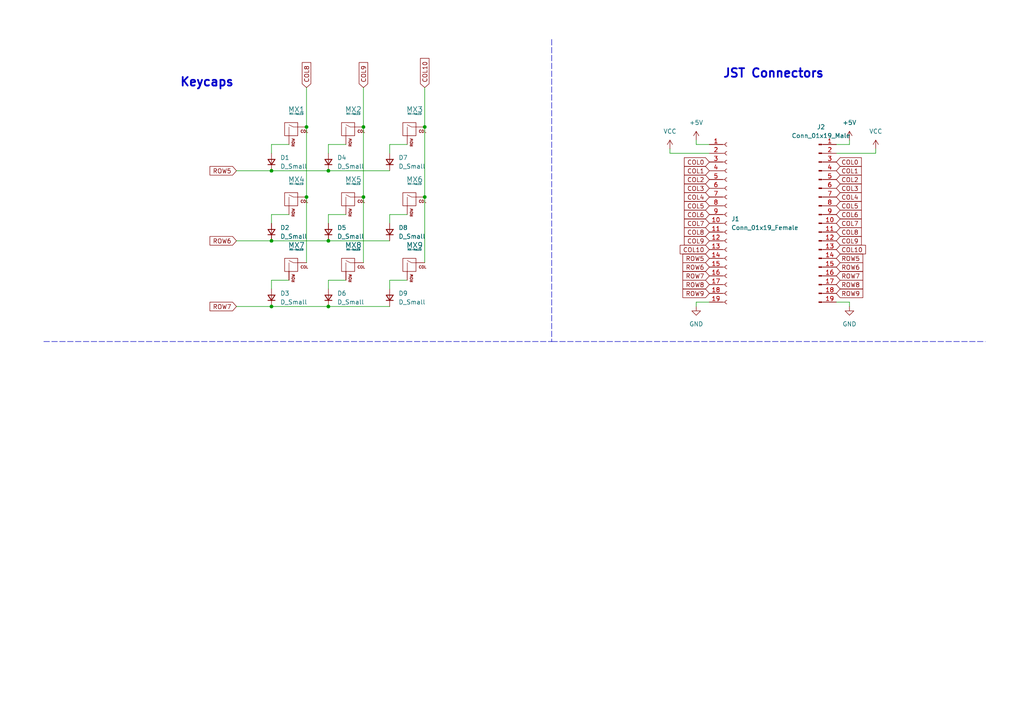
<source format=kicad_sch>
(kicad_sch (version 20211123) (generator eeschema)
  (paper "A4")
  (lib_symbols
    (symbol "Connector:Conn_01x19_Female" (pin_names (offset 1.016) hide)
      (property "Reference" "J" (at 0 25.4 0))
      (property "Value" "Conn_01x19_Female" (at 0 -25.4 0))
      (symbol "Conn_01x19_Female_1_1"
        (arc (start 0 -22.352) (mid -0.508 -22.86) (end 0 -23.368) (stroke (width 0.1524)))
        (arc (start 0 -19.812) (mid -0.508 -20.32) (end 0 -20.828) (stroke (width 0.1524)))
        (arc (start 0 -17.272) (mid -0.508 -17.78) (end 0 -18.288) (stroke (width 0.1524)))
        (arc (start 0 -14.732) (mid -0.508 -15.24) (end 0 -15.748) (stroke (width 0.1524)))
        (arc (start 0 -12.192) (mid -0.508 -12.7) (end 0 -13.208) (stroke (width 0.1524)))
        (arc (start 0 -9.652) (mid -0.508 -10.16) (end 0 -10.668) (stroke (width 0.1524)))
        (arc (start 0 -7.112) (mid -0.508 -7.62) (end 0 -8.128) (stroke (width 0.1524)))
        (arc (start 0 -4.572) (mid -0.508 -5.08) (end 0 -5.588) (stroke (width 0.1524)))
        (arc (start 0 -2.032) (mid -0.508 -2.54) (end 0 -3.048) (stroke (width 0.1524)))
        (polyline (pts (xy -1.27 -22.86) (xy -0.508 -22.86)) (stroke (width 0.1524)))
        (polyline (pts (xy -1.27 -20.32) (xy -0.508 -20.32)) (stroke (width 0.1524)))
        (polyline (pts (xy -1.27 -17.78) (xy -0.508 -17.78)) (stroke (width 0.1524)))
        (polyline (pts (xy -1.27 -15.24) (xy -0.508 -15.24)) (stroke (width 0.1524)))
        (polyline (pts (xy -1.27 -12.7) (xy -0.508 -12.7)) (stroke (width 0.1524)))
        (polyline (pts (xy -1.27 -10.16) (xy -0.508 -10.16)) (stroke (width 0.1524)))
        (polyline (pts (xy -1.27 -7.62) (xy -0.508 -7.62)) (stroke (width 0.1524)))
        (polyline (pts (xy -1.27 -5.08) (xy -0.508 -5.08)) (stroke (width 0.1524)))
        (polyline (pts (xy -1.27 -2.54) (xy -0.508 -2.54)) (stroke (width 0.1524)))
        (polyline (pts (xy -1.27 0) (xy -0.508 0)) (stroke (width 0.1524)))
        (polyline (pts (xy -1.27 2.54) (xy -0.508 2.54)) (stroke (width 0.1524)))
        (polyline (pts (xy -1.27 5.08) (xy -0.508 5.08)) (stroke (width 0.1524)))
        (polyline (pts (xy -1.27 7.62) (xy -0.508 7.62)) (stroke (width 0.1524)))
        (polyline (pts (xy -1.27 10.16) (xy -0.508 10.16)) (stroke (width 0.1524)))
        (polyline (pts (xy -1.27 12.7) (xy -0.508 12.7)) (stroke (width 0.1524)))
        (polyline (pts (xy -1.27 15.24) (xy -0.508 15.24)) (stroke (width 0.1524)))
        (polyline (pts (xy -1.27 17.78) (xy -0.508 17.78)) (stroke (width 0.1524)))
        (polyline (pts (xy -1.27 20.32) (xy -0.508 20.32)) (stroke (width 0.1524)))
        (polyline (pts (xy -1.27 22.86) (xy -0.508 22.86)) (stroke (width 0.1524)))
        (arc (start 0 0.508) (mid -0.508 0) (end 0 -0.508) (stroke (width 0.1524)))
        (arc (start 0 3.048) (mid -0.508 2.54) (end 0 2.032) (stroke (width 0.1524)))
        (arc (start 0 5.588) (mid -0.508 5.08) (end 0 4.572) (stroke (width 0.1524)))
        (arc (start 0 8.128) (mid -0.508 7.62) (end 0 7.112) (stroke (width 0.1524)))
        (arc (start 0 10.668) (mid -0.508 10.16) (end 0 9.652) (stroke (width 0.1524)))
        (arc (start 0 13.208) (mid -0.508 12.7) (end 0 12.192) (stroke (width 0.1524)))
        (arc (start 0 15.748) (mid -0.508 15.24) (end 0 14.732) (stroke (width 0.1524)))
        (arc (start 0 18.288) (mid -0.508 17.78) (end 0 17.272) (stroke (width 0.1524)))
        (arc (start 0 20.828) (mid -0.508 20.32) (end 0 19.812) (stroke (width 0.1524)))
        (arc (start 0 23.368) (mid -0.508 22.86) (end 0 22.352) (stroke (width 0.1524)))
        (pin passive line (at -5.08 22.86 0) (length 3.81) (name "Pin_1") (number "1"))
        (pin passive line (at -5.08 0 0) (length 3.81) (name "Pin_10") (number "10"))
        (pin passive line (at -5.08 -2.54 0) (length 3.81) (name "Pin_11") (number "11"))
        (pin passive line (at -5.08 -5.08 0) (length 3.81) (name "Pin_12") (number "12"))
        (pin passive line (at -5.08 -7.62 0) (length 3.81) (name "Pin_13") (number "13"))
        (pin passive line (at -5.08 -10.16 0) (length 3.81) (name "Pin_14") (number "14"))
        (pin passive line (at -5.08 -12.7 0) (length 3.81) (name "Pin_15") (number "15"))
        (pin passive line (at -5.08 -15.24 0) (length 3.81) (name "Pin_16") (number "16"))
        (pin passive line (at -5.08 -17.78 0) (length 3.81) (name "Pin_17") (number "17"))
        (pin passive line (at -5.08 -20.32 0) (length 3.81) (name "Pin_18") (number "18"))
        (pin passive line (at -5.08 -22.86 0) (length 3.81) (name "Pin_19") (number "19"))
        (pin passive line (at -5.08 20.32 0) (length 3.81) (name "Pin_2") (number "2"))
        (pin passive line (at -5.08 17.78 0) (length 3.81) (name "Pin_3") (number "3"))
        (pin passive line (at -5.08 15.24 0) (length 3.81) (name "Pin_4") (number "4"))
        (pin passive line (at -5.08 12.7 0) (length 3.81) (name "Pin_5") (number "5"))
        (pin passive line (at -5.08 10.16 0) (length 3.81) (name "Pin_6") (number "6"))
        (pin passive line (at -5.08 7.62 0) (length 3.81) (name "Pin_7") (number "7"))
        (pin passive line (at -5.08 5.08 0) (length 3.81) (name "Pin_8") (number "8"))
        (pin passive line (at -5.08 2.54 0) (length 3.81) (name "Pin_9") (number "9"))
      )
    )
    (symbol "Connector:Conn_01x19_Male" (pin_names (offset 1.016) hide)
      (property "Reference" "J" (at 0 25.4 0))
      (property "Value" "Conn_01x19_Male" (at 0 -25.4 0))
      (symbol "Conn_01x19_Male_1_1"
        (polyline (pts (xy 1.27 -22.86) (xy 0.8636 -22.86)) (stroke (width 0.1524)))
        (polyline (pts (xy 1.27 -20.32) (xy 0.8636 -20.32)) (stroke (width 0.1524)))
        (polyline (pts (xy 1.27 -17.78) (xy 0.8636 -17.78)) (stroke (width 0.1524)))
        (polyline (pts (xy 1.27 -15.24) (xy 0.8636 -15.24)) (stroke (width 0.1524)))
        (polyline (pts (xy 1.27 -12.7) (xy 0.8636 -12.7)) (stroke (width 0.1524)))
        (polyline (pts (xy 1.27 -10.16) (xy 0.8636 -10.16)) (stroke (width 0.1524)))
        (polyline (pts (xy 1.27 -7.62) (xy 0.8636 -7.62)) (stroke (width 0.1524)))
        (polyline (pts (xy 1.27 -5.08) (xy 0.8636 -5.08)) (stroke (width 0.1524)))
        (polyline (pts (xy 1.27 -2.54) (xy 0.8636 -2.54)) (stroke (width 0.1524)))
        (polyline (pts (xy 1.27 0) (xy 0.8636 0)) (stroke (width 0.1524)))
        (polyline (pts (xy 1.27 2.54) (xy 0.8636 2.54)) (stroke (width 0.1524)))
        (polyline (pts (xy 1.27 5.08) (xy 0.8636 5.08)) (stroke (width 0.1524)))
        (polyline (pts (xy 1.27 7.62) (xy 0.8636 7.62)) (stroke (width 0.1524)))
        (polyline (pts (xy 1.27 10.16) (xy 0.8636 10.16)) (stroke (width 0.1524)))
        (polyline (pts (xy 1.27 12.7) (xy 0.8636 12.7)) (stroke (width 0.1524)))
        (polyline (pts (xy 1.27 15.24) (xy 0.8636 15.24)) (stroke (width 0.1524)))
        (polyline (pts (xy 1.27 17.78) (xy 0.8636 17.78)) (stroke (width 0.1524)))
        (polyline (pts (xy 1.27 20.32) (xy 0.8636 20.32)) (stroke (width 0.1524)))
        (polyline (pts (xy 1.27 22.86) (xy 0.8636 22.86)) (stroke (width 0.1524)))
        (rectangle (start 0.8636 -22.733) (end 0 -22.987) (stroke (width 0.1524)) (fill (type outline)))
        (rectangle (start 0.8636 -20.193) (end 0 -20.447) (stroke (width 0.1524)) (fill (type outline)))
        (rectangle (start 0.8636 -17.653) (end 0 -17.907) (stroke (width 0.1524)) (fill (type outline)))
        (rectangle (start 0.8636 -15.113) (end 0 -15.367) (stroke (width 0.1524)) (fill (type outline)))
        (rectangle (start 0.8636 -12.573) (end 0 -12.827) (stroke (width 0.1524)) (fill (type outline)))
        (rectangle (start 0.8636 -10.033) (end 0 -10.287) (stroke (width 0.1524)) (fill (type outline)))
        (rectangle (start 0.8636 -7.493) (end 0 -7.747) (stroke (width 0.1524)) (fill (type outline)))
        (rectangle (start 0.8636 -4.953) (end 0 -5.207) (stroke (width 0.1524)) (fill (type outline)))
        (rectangle (start 0.8636 -2.413) (end 0 -2.667) (stroke (width 0.1524)) (fill (type outline)))
        (rectangle (start 0.8636 0.127) (end 0 -0.127) (stroke (width 0.1524)) (fill (type outline)))
        (rectangle (start 0.8636 2.667) (end 0 2.413) (stroke (width 0.1524)) (fill (type outline)))
        (rectangle (start 0.8636 5.207) (end 0 4.953) (stroke (width 0.1524)) (fill (type outline)))
        (rectangle (start 0.8636 7.747) (end 0 7.493) (stroke (width 0.1524)) (fill (type outline)))
        (rectangle (start 0.8636 10.287) (end 0 10.033) (stroke (width 0.1524)) (fill (type outline)))
        (rectangle (start 0.8636 12.827) (end 0 12.573) (stroke (width 0.1524)) (fill (type outline)))
        (rectangle (start 0.8636 15.367) (end 0 15.113) (stroke (width 0.1524)) (fill (type outline)))
        (rectangle (start 0.8636 17.907) (end 0 17.653) (stroke (width 0.1524)) (fill (type outline)))
        (rectangle (start 0.8636 20.447) (end 0 20.193) (stroke (width 0.1524)) (fill (type outline)))
        (rectangle (start 0.8636 22.987) (end 0 22.733) (stroke (width 0.1524)) (fill (type outline)))
        (pin passive line (at 5.08 22.86 180) (length 3.81) (name "Pin_1") (number "1"))
        (pin passive line (at 5.08 0 180) (length 3.81) (name "Pin_10") (number "10"))
        (pin passive line (at 5.08 -2.54 180) (length 3.81) (name "Pin_11") (number "11"))
        (pin passive line (at 5.08 -5.08 180) (length 3.81) (name "Pin_12") (number "12"))
        (pin passive line (at 5.08 -7.62 180) (length 3.81) (name "Pin_13") (number "13"))
        (pin passive line (at 5.08 -10.16 180) (length 3.81) (name "Pin_14") (number "14"))
        (pin passive line (at 5.08 -12.7 180) (length 3.81) (name "Pin_15") (number "15"))
        (pin passive line (at 5.08 -15.24 180) (length 3.81) (name "Pin_16") (number "16"))
        (pin passive line (at 5.08 -17.78 180) (length 3.81) (name "Pin_17") (number "17"))
        (pin passive line (at 5.08 -20.32 180) (length 3.81) (name "Pin_18") (number "18"))
        (pin passive line (at 5.08 -22.86 180) (length 3.81) (name "Pin_19") (number "19"))
        (pin passive line (at 5.08 20.32 180) (length 3.81) (name "Pin_2") (number "2"))
        (pin passive line (at 5.08 17.78 180) (length 3.81) (name "Pin_3") (number "3"))
        (pin passive line (at 5.08 15.24 180) (length 3.81) (name "Pin_4") (number "4"))
        (pin passive line (at 5.08 12.7 180) (length 3.81) (name "Pin_5") (number "5"))
        (pin passive line (at 5.08 10.16 180) (length 3.81) (name "Pin_6") (number "6"))
        (pin passive line (at 5.08 7.62 180) (length 3.81) (name "Pin_7") (number "7"))
        (pin passive line (at 5.08 5.08 180) (length 3.81) (name "Pin_8") (number "8"))
        (pin passive line (at 5.08 2.54 180) (length 3.81) (name "Pin_9") (number "9"))
      )
    )
    (symbol "Device:D_Small" (pin_numbers hide) (pin_names (offset 0.254) hide)
      (property "Reference" "D" (at -1.27 2.032 0))
      (property "Value" "D_Small" (at -3.81 -2.032 0))
      (symbol "D_Small_0_1"
        (polyline (pts (xy -0.762 -1.016) (xy -0.762 1.016)) (stroke (width 0.254)))
        (polyline (pts (xy -0.762 0) (xy 0.762 0)))
        (polyline (pts (xy 0.762 -1.016) (xy -0.762 0) (xy 0.762 1.016) (xy 0.762 -1.016)) (stroke (width 0.254)))
      )
      (symbol "D_Small_1_1"
        (pin passive line (at -2.54 0 0) (length 1.778) (name "K") (number "1"))
        (pin passive line (at 2.54 0 180) (length 1.778) (name "A") (number "2"))
      )
    )
    (symbol "MX_Alps_Hybrid:MX-NoLED" (pin_names (offset 1.016))
      (property "Reference" "MX" (at -0.635 3.81 0))
      (property "Value" "MX-NoLED" (at -0.635 1.27 0))
      (symbol "MX-NoLED_0_0"
        (rectangle (start -2.54 2.54) (end 1.27 -1.27))
        (polyline (pts (xy -1.27 -1.27) (xy -1.27 1.27)) (stroke (width 0.127)))
        (polyline (pts (xy 1.27 1.27) (xy 0 1.27) (xy -1.27 1.905)) (stroke (width 0.127)))
        (text "COL" (at 3.175 0 0) (effects (font (size 0.762 0.762))))
        (text "ROW" (at 0 -1.905 900) (effects (font (size 0.762 0.762)) (justify right)))
      )
      (symbol "MX-NoLED_1_1"
        (pin passive line (at 3.81 1.27 180) (length 2.54) (name "COL") (number "1"))
        (pin passive line (at -1.27 -3.81 90) (length 2.54) (name "ROW") (number "2"))
      )
    )
    (symbol "power:+5V" (power) (pin_names (offset 0))
      (property "Value" "+5V" (at 0 3.556 0))
      (symbol "+5V_0_1"
        (polyline (pts (xy -0.762 1.27) (xy 0 2.54)))
        (polyline (pts (xy 0 0) (xy 0 2.54)))
        (polyline (pts (xy 0 2.54) (xy 0.762 1.27)))
      )
      (symbol "+5V_1_1"
        (pin power_in line (at 0 0 90) (length 0) hide (name "+5V") (number "1"))
      )
    )
    (symbol "power:GND" (power) (pin_names (offset 0))
      (property "Value" "GND" (at 0 -3.81 0))
      (symbol "GND_0_1"
        (polyline (pts (xy 0 0) (xy 0 -1.27) (xy 1.27 -1.27) (xy 0 -2.54) (xy -1.27 -1.27) (xy 0 -1.27)))
      )
      (symbol "GND_1_1"
        (pin power_in line (at 0 0 270) (length 0) hide (name "GND") (number "1"))
      )
    )
    (symbol "power:VCC" (power) (pin_names (offset 0))
      (property "Value" "VCC" (at 0 3.81 0))
      (symbol "VCC_0_1"
        (polyline (pts (xy -0.762 1.27) (xy 0 2.54)))
        (polyline (pts (xy 0 0) (xy 0 2.54)))
        (polyline (pts (xy 0 2.54) (xy 0.762 1.27)))
      )
      (symbol "VCC_1_1"
        (pin power_in line (at 0 0 90) (length 0) hide (name "VCC") (number "1"))
      )
    )
  )
  (junction (at 88.9 57.15))
  (junction (at 95.25 69.85))
  (junction (at 105.41 57.15))
  (junction (at 78.74 49.53))
  (junction (at 123.19 57.15))
  (junction (at 105.41 36.83))
  (junction (at 78.74 69.85))
  (junction (at 95.25 88.9))
  (junction (at 123.19 36.83))
  (junction (at 95.25 49.53))
  (junction (at 88.9 36.83))
  (junction (at 78.74 88.9))
  (wire (pts (xy 78.74 49.53) (xy 95.25 49.53)))
  (wire (pts (xy 118.11 62.23) (xy 113.03 62.23)))
  (wire (pts (xy 83.82 62.23) (xy 78.74 62.23)))
  (wire (pts (xy 123.19 57.15) (xy 123.19 76.2)))
  (wire (pts (xy 68.58 88.9) (xy 78.74 88.9)))
  (wire (pts (xy 201.93 88.9) (xy 201.93 87.63)))
  (wire (pts (xy 113.03 62.23) (xy 113.03 64.77)))
  (polyline (pts (xy 160.02 99.06) (xy 285.75 99.06)))
  (wire (pts (xy 246.38 41.91) (xy 242.57 41.91)))
  (wire (pts (xy 113.03 81.28) (xy 113.03 83.82)))
  (wire (pts (xy 201.93 40.64) (xy 201.93 41.91)))
  (wire (pts (xy 95.25 81.28) (xy 95.25 83.82)))
  (wire (pts (xy 246.38 87.63) (xy 242.57 87.63)))
  (wire (pts (xy 100.33 62.23) (xy 95.25 62.23)))
  (wire (pts (xy 254 43.18) (xy 254 44.45)))
  (wire (pts (xy 123.19 36.83) (xy 123.19 57.15)))
  (wire (pts (xy 105.41 25.4) (xy 105.41 36.83)))
  (wire (pts (xy 123.19 25.4) (xy 123.19 36.83)))
  (wire (pts (xy 88.9 25.4) (xy 88.9 36.83)))
  (wire (pts (xy 100.33 41.91) (xy 95.25 41.91)))
  (wire (pts (xy 254 44.45) (xy 242.57 44.45)))
  (wire (pts (xy 95.25 62.23) (xy 95.25 64.77)))
  (wire (pts (xy 68.58 49.53) (xy 78.74 49.53)))
  (wire (pts (xy 118.11 81.28) (xy 113.03 81.28)))
  (wire (pts (xy 105.41 36.83) (xy 105.41 57.15)))
  (wire (pts (xy 78.74 41.91) (xy 78.74 44.45)))
  (wire (pts (xy 201.93 87.63) (xy 205.74 87.63)))
  (wire (pts (xy 95.25 41.91) (xy 95.25 44.45)))
  (polyline (pts (xy 12.7 99.06) (xy 160.02 99.06)))
  (polyline (pts (xy 160.02 11.43) (xy 160.02 99.06)))
  (wire (pts (xy 118.11 41.91) (xy 113.03 41.91)))
  (wire (pts (xy 83.82 81.28) (xy 78.74 81.28)))
  (wire (pts (xy 105.41 57.15) (xy 105.41 76.2)))
  (wire (pts (xy 78.74 88.9) (xy 95.25 88.9)))
  (wire (pts (xy 194.31 43.18) (xy 194.31 44.45)))
  (wire (pts (xy 83.82 41.91) (xy 78.74 41.91)))
  (wire (pts (xy 88.9 57.15) (xy 88.9 76.2)))
  (wire (pts (xy 95.25 49.53) (xy 113.03 49.53)))
  (wire (pts (xy 95.25 69.85) (xy 113.03 69.85)))
  (wire (pts (xy 78.74 69.85) (xy 95.25 69.85)))
  (wire (pts (xy 78.74 62.23) (xy 78.74 64.77)))
  (wire (pts (xy 78.74 81.28) (xy 78.74 83.82)))
  (wire (pts (xy 246.38 40.64) (xy 246.38 41.91)))
  (wire (pts (xy 113.03 41.91) (xy 113.03 44.45)))
  (wire (pts (xy 95.25 88.9) (xy 113.03 88.9)))
  (wire (pts (xy 68.58 69.85) (xy 78.74 69.85)))
  (wire (pts (xy 246.38 88.9) (xy 246.38 87.63)))
  (wire (pts (xy 201.93 41.91) (xy 205.74 41.91)))
  (wire (pts (xy 100.33 81.28) (xy 95.25 81.28)))
  (wire (pts (xy 194.31 44.45) (xy 205.74 44.45)))
  (wire (pts (xy 88.9 36.83) (xy 88.9 57.15)))
  (text "JST Connectors" (at 209.55 22.86 0) (effects (font (size 2.5 2.5) (thickness 0.5) bold) (justify left bottom)))
  (text "Keycaps" (at 52.07 25.4 0) (effects (font (size 2.5 2.5) bold) (justify left bottom)))
  (global_label "COL9" (shape input) (at 105.41 25.4 90) (property "Intersheet References" "${INTERSHEET_REFS}" (effects hide)))
  (global_label "ROW9" (shape input) (at 205.74 85.09 180) (property "Intersheet References" "${INTERSHEET_REFS}" (effects hide)))
  (global_label "COL3" (shape input) (at 242.57 54.61 0) (property "Intersheet References" "${INTERSHEET_REFS}" (effects hide)))
  (global_label "COL0" (shape input) (at 205.74 46.99 180) (property "Intersheet References" "${INTERSHEET_REFS}" (effects hide)))
  (global_label "COL10" (shape input) (at 242.57 72.39 0) (property "Intersheet References" "${INTERSHEET_REFS}" (effects hide)))
  (global_label "ROW7" (shape input) (at 68.58 88.9 180) (property "Intersheet References" "${INTERSHEET_REFS}" (effects hide)))
  (global_label "COL0" (shape input) (at 242.57 46.99 0) (property "Intersheet References" "${INTERSHEET_REFS}" (effects hide)))
  (global_label "COL9" (shape input) (at 242.57 69.85 0) (property "Intersheet References" "${INTERSHEET_REFS}" (effects hide)))
  (global_label "COL5" (shape input) (at 242.57 59.69 0) (property "Intersheet References" "${INTERSHEET_REFS}" (effects hide)))
  (global_label "COL10" (shape input) (at 205.74 72.39 180) (property "Intersheet References" "${INTERSHEET_REFS}" (effects hide)))
  (global_label "ROW7" (shape input) (at 242.57 80.01 0) (property "Intersheet References" "${INTERSHEET_REFS}" (effects hide)))
  (global_label "COL6" (shape input) (at 205.74 62.23 180) (property "Intersheet References" "${INTERSHEET_REFS}" (effects hide)))
  (global_label "COL8" (shape input) (at 88.9 25.4 90) (property "Intersheet References" "${INTERSHEET_REFS}" (effects hide)))
  (global_label "ROW6" (shape input) (at 68.58 69.85 180) (property "Intersheet References" "${INTERSHEET_REFS}" (effects hide)))
  (global_label "ROW7" (shape input) (at 205.74 80.01 180) (property "Intersheet References" "${INTERSHEET_REFS}" (effects hide)))
  (global_label "ROW5" (shape input) (at 205.74 74.93 180) (property "Intersheet References" "${INTERSHEET_REFS}" (effects hide)))
  (global_label "ROW5" (shape input) (at 242.57 74.93 0) (property "Intersheet References" "${INTERSHEET_REFS}" (effects hide)))
  (global_label "COL8" (shape input) (at 205.74 67.31 180) (property "Intersheet References" "${INTERSHEET_REFS}" (effects hide)))
  (global_label "ROW8" (shape input) (at 242.57 82.55 0) (property "Intersheet References" "${INTERSHEET_REFS}" (effects hide)))
  (global_label "COL4" (shape input) (at 242.57 57.15 0) (property "Intersheet References" "${INTERSHEET_REFS}" (effects hide)))
  (global_label "ROW5" (shape input) (at 68.58 49.53 180) (property "Intersheet References" "${INTERSHEET_REFS}" (effects hide)))
  (global_label "COL2" (shape input) (at 205.74 52.07 180) (property "Intersheet References" "${INTERSHEET_REFS}" (effects hide)))
  (global_label "COL4" (shape input) (at 205.74 57.15 180) (property "Intersheet References" "${INTERSHEET_REFS}" (effects hide)))
  (global_label "COL5" (shape input) (at 205.74 59.69 180) (property "Intersheet References" "${INTERSHEET_REFS}" (effects hide)))
  (global_label "COL8" (shape input) (at 242.57 67.31 0) (property "Intersheet References" "${INTERSHEET_REFS}" (effects hide)))
  (global_label "COL6" (shape input) (at 242.57 62.23 0) (property "Intersheet References" "${INTERSHEET_REFS}" (effects hide)))
  (global_label "COL9" (shape input) (at 205.74 69.85 180) (property "Intersheet References" "${INTERSHEET_REFS}" (effects hide)))
  (global_label "COL2" (shape input) (at 242.57 52.07 0) (property "Intersheet References" "${INTERSHEET_REFS}" (effects hide)))
  (global_label "COL1" (shape input) (at 242.57 49.53 0) (property "Intersheet References" "${INTERSHEET_REFS}" (effects hide)))
  (global_label "ROW8" (shape input) (at 205.74 82.55 180) (property "Intersheet References" "${INTERSHEET_REFS}" (effects hide)))
  (global_label "ROW6" (shape input) (at 242.57 77.47 0) (property "Intersheet References" "${INTERSHEET_REFS}" (effects hide)))
  (global_label "ROW9" (shape input) (at 242.57 85.09 0) (property "Intersheet References" "${INTERSHEET_REFS}" (effects hide)))
  (global_label "COL10" (shape input) (at 123.19 25.4 90) (property "Intersheet References" "${INTERSHEET_REFS}" (effects hide)))
  (global_label "COL7" (shape input) (at 242.57 64.77 0) (property "Intersheet References" "${INTERSHEET_REFS}" (effects hide)))
  (global_label "COL3" (shape input) (at 205.74 54.61 180) (property "Intersheet References" "${INTERSHEET_REFS}" (effects hide)))
  (global_label "ROW6" (shape input) (at 205.74 77.47 180) (property "Intersheet References" "${INTERSHEET_REFS}" (effects hide)))
  (global_label "COL1" (shape input) (at 205.74 49.53 180) (property "Intersheet References" "${INTERSHEET_REFS}" (effects hide)))
  (global_label "COL7" (shape input) (at 205.74 64.77 180) (property "Intersheet References" "${INTERSHEET_REFS}" (effects hide)))
  (symbol (lib_id "MX_Alps_Hybrid:MX-NoLED") (at 119.38 38.1 0) (unit 1)
    (property "Reference" "MX3" (at 120.2656 31.75 0) (effects (font (size 1.524 1.524))))
    (property "Value" "MX-NoLED" (at 120.2656 33.02 0) (effects (font (size 0.508 0.508))))
    (property "Footprint" "MX_Alps_Hybrid:MX-1U-NoLED" (effects hide))
  )
  (symbol (lib_id "MX_Alps_Hybrid:MX-NoLED") (at 119.38 58.42 0) (unit 1)
    (property "Reference" "MX6" (at 120.2656 52.07 0) (effects (font (size 1.524 1.524))))
    (property "Value" "MX-NoLED" (at 120.2656 53.34 0) (effects (font (size 0.508 0.508))))
    (property "Footprint" "MX_Alps_Hybrid:MX-1U-NoLED" (effects hide))
  )
  (symbol (lib_id "MX_Alps_Hybrid:MX-NoLED") (at 119.38 77.47 0) (unit 1)
    (property "Reference" "MX9" (at 120.2656 71.12 0) (effects (font (size 1.524 1.524))))
    (property "Value" "MX-NoLED" (at 120.2656 72.39 0) (effects (font (size 0.508 0.508))))
    (property "Footprint" "MX_Alps_Hybrid:MX-1U-NoLED" (effects hide))
  )
  (symbol (lib_id "power:GND") (at 201.93 88.9 0) (unit 1)
    (property "Reference" "#PWR0102" (effects hide))
    (property "Value" "GND" (at 201.93 93.98 0))
  )
  (symbol (lib_id "Device:D_Small") (at 95.25 67.31 90) (unit 1)
    (property "Reference" "D5" (at 97.79 66.0399 90) (effects (justify right)))
    (property "Value" "D_Small" (at 97.79 68.5799 90) (effects (justify right)))
    (property "Footprint" "Diode_SMD:D_SOD-123" (effects hide))
  )
  (symbol (lib_id "power:+5V") (at 201.93 40.64 0) (unit 1)
    (property "Reference" "#PWR0106" (effects hide))
    (property "Value" "+5V" (at 201.93 35.56 0))
  )
  (symbol (lib_id "MX_Alps_Hybrid:MX-NoLED") (at 85.09 77.47 0) (unit 1)
    (property "Reference" "MX7" (at 85.9756 71.12 0) (effects (font (size 1.524 1.524))))
    (property "Value" "MX-NoLED" (at 85.9756 72.39 0) (effects (font (size 0.508 0.508))))
    (property "Footprint" "MX_Alps_Hybrid:MX-1U-NoLED" (effects hide))
  )
  (symbol (lib_id "Device:D_Small") (at 78.74 86.36 90) (unit 1)
    (property "Reference" "D3" (at 81.28 85.0899 90) (effects (justify right)))
    (property "Value" "D_Small" (at 81.28 87.6299 90) (effects (justify right)))
    (property "Footprint" "Diode_SMD:D_SOD-123" (effects hide))
  )
  (symbol (lib_id "Device:D_Small") (at 113.03 86.36 90) (unit 1)
    (property "Reference" "D9" (at 115.57 85.0899 90) (effects (justify right)))
    (property "Value" "D_Small" (at 115.57 87.6299 90) (effects (justify right)))
    (property "Footprint" "Diode_SMD:D_SOD-123" (effects hide))
  )
  (symbol (lib_id "Device:D_Small") (at 113.03 46.99 90) (unit 1)
    (property "Reference" "D7" (at 115.57 45.7199 90) (effects (justify right)))
    (property "Value" "D_Small" (at 115.57 48.2599 90) (effects (justify right)))
    (property "Footprint" "Diode_SMD:D_SOD-123" (effects hide))
  )
  (symbol (lib_id "Connector:Conn_01x19_Male") (at 237.49 64.77 0) (unit 1)
    (property "Reference" "J2" (at 238.125 36.83 0))
    (property "Value" "Conn_01x19_Male" (at 238.125 39.37 0))
    (property "Footprint" "Connector_JST:JST_SH_SM20B-SRSS-TB_1x20-1MP_P1.00mm_Horizontal" (effects hide))
  )
  (symbol (lib_id "Device:D_Small") (at 113.03 67.31 90) (unit 1)
    (property "Reference" "D8" (at 115.57 66.0399 90) (effects (justify right)))
    (property "Value" "D_Small" (at 115.57 68.5799 90) (effects (justify right)))
    (property "Footprint" "Diode_SMD:D_SOD-123" (effects hide))
  )
  (symbol (lib_id "MX_Alps_Hybrid:MX-NoLED") (at 101.6 38.1 0) (unit 1)
    (property "Reference" "MX2" (at 102.4856 31.75 0) (effects (font (size 1.524 1.524))))
    (property "Value" "MX-NoLED" (at 102.4856 33.02 0) (effects (font (size 0.508 0.508))))
    (property "Footprint" "MX_Alps_Hybrid:MX-1U-NoLED" (effects hide))
  )
  (symbol (lib_id "Device:D_Small") (at 78.74 67.31 90) (unit 1)
    (property "Reference" "D2" (at 81.28 66.0399 90) (effects (justify right)))
    (property "Value" "D_Small" (at 81.28 68.5799 90) (effects (justify right)))
    (property "Footprint" "Diode_SMD:D_SOD-123" (effects hide))
  )
  (symbol (lib_id "power:+5V") (at 246.38 40.64 0) (unit 1)
    (property "Reference" "#PWR0101" (effects hide))
    (property "Value" "+5V" (at 246.38 35.56 0))
  )
  (symbol (lib_id "MX_Alps_Hybrid:MX-NoLED") (at 85.09 58.42 0) (unit 1)
    (property "Reference" "MX4" (at 85.9756 52.07 0) (effects (font (size 1.524 1.524))))
    (property "Value" "MX-NoLED" (at 85.9756 53.34 0) (effects (font (size 0.508 0.508))))
    (property "Footprint" "MX_Alps_Hybrid:MX-1U-NoLED" (effects hide))
  )
  (symbol (lib_id "MX_Alps_Hybrid:MX-NoLED") (at 101.6 77.47 0) (unit 1)
    (property "Reference" "MX8" (at 102.4856 71.12 0) (effects (font (size 1.524 1.524))))
    (property "Value" "MX-NoLED" (at 102.4856 72.39 0) (effects (font (size 0.508 0.508))))
    (property "Footprint" "MX_Alps_Hybrid:MX-1U-NoLED" (effects hide))
  )
  (symbol (lib_id "Device:D_Small") (at 95.25 86.36 90) (unit 1)
    (property "Reference" "D6" (at 97.79 85.0899 90) (effects (justify right)))
    (property "Value" "D_Small" (at 97.79 87.6299 90) (effects (justify right)))
    (property "Footprint" "Diode_SMD:D_SOD-123" (effects hide))
  )
  (symbol (lib_id "Device:D_Small") (at 78.74 46.99 90) (unit 1)
    (property "Reference" "D1" (at 81.28 45.7199 90) (effects (justify right)))
    (property "Value" "D_Small" (at 81.28 48.2599 90) (effects (justify right)))
    (property "Footprint" "Diode_SMD:D_SOD-123" (effects hide))
  )
  (symbol (lib_id "power:VCC") (at 194.31 43.18 0) (unit 1)
    (property "Reference" "#PWR0103" (effects hide))
    (property "Value" "VCC" (at 194.31 38.1 0))
  )
  (symbol (lib_id "MX_Alps_Hybrid:MX-NoLED") (at 101.6 58.42 0) (unit 1)
    (property "Reference" "MX5" (at 102.4856 52.07 0) (effects (font (size 1.524 1.524))))
    (property "Value" "MX-NoLED" (at 102.4856 53.34 0) (effects (font (size 0.508 0.508))))
    (property "Footprint" "MX_Alps_Hybrid:MX-1U-NoLED" (effects hide))
  )
  (symbol (lib_id "Device:D_Small") (at 95.25 46.99 90) (unit 1)
    (property "Reference" "D4" (at 97.79 45.7199 90) (effects (justify right)))
    (property "Value" "D_Small" (at 97.79 48.2599 90) (effects (justify right)))
    (property "Footprint" "Diode_SMD:D_SOD-123" (effects hide))
  )
  (symbol (lib_id "MX_Alps_Hybrid:MX-NoLED") (at 85.09 38.1 0) (unit 1)
    (property "Reference" "MX1" (at 85.9756 31.75 0) (effects (font (size 1.524 1.524))))
    (property "Value" "MX-NoLED" (at 85.9756 33.02 0) (effects (font (size 0.508 0.508))))
    (property "Footprint" "MX_Alps_Hybrid:MX-1U-NoLED" (effects hide))
  )
  (symbol (lib_id "power:GND") (at 246.38 88.9 0) (mirror y) (unit 1)
    (property "Reference" "#PWR0104" (effects hide))
    (property "Value" "GND" (at 246.38 93.98 0))
  )
  (symbol (lib_id "power:VCC") (at 254 43.18 0) (unit 1)
    (property "Reference" "#PWR0105" (effects hide))
    (property "Value" "VCC" (at 254 38.1 0))
  )
  (symbol (lib_id "Connector:Conn_01x19_Female") (at 210.82 64.77 0) (unit 1)
    (property "Reference" "J1" (at 212.09 63.4999 0) (effects (justify left)))
    (property "Value" "Conn_01x19_Female" (at 212.09 66.0399 0) (effects (justify left)))
    (property "Footprint" "Connector_JST:JST_SH_SM20B-SRSS-TB_1x20-1MP_P1.00mm_Horizontal" (effects hide))
  )
)
</source>
